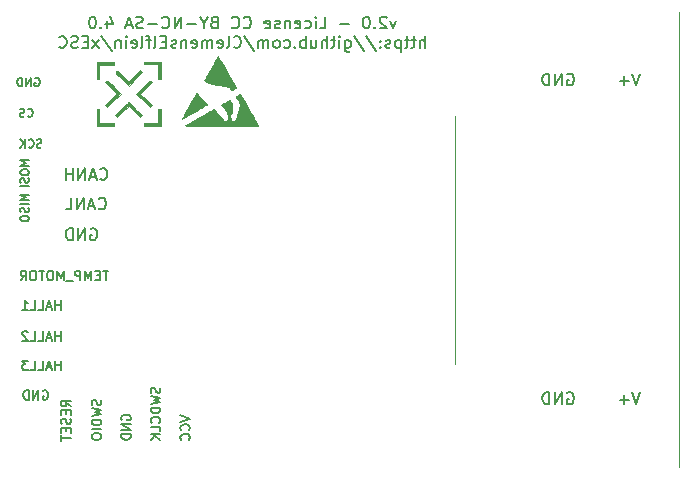
<source format=gbr>
%TF.GenerationSoftware,KiCad,Pcbnew,(5.1.10)-1*%
%TF.CreationDate,2021-12-01T19:41:51+01:00*%
%TF.ProjectId,xESC2,78455343-322e-46b6-9963-61645f706362,rev?*%
%TF.SameCoordinates,Original*%
%TF.FileFunction,Legend,Bot*%
%TF.FilePolarity,Positive*%
%FSLAX46Y46*%
G04 Gerber Fmt 4.6, Leading zero omitted, Abs format (unit mm)*
G04 Created by KiCad (PCBNEW (5.1.10)-1) date 2021-12-01 19:41:51*
%MOMM*%
%LPD*%
G01*
G04 APERTURE LIST*
%ADD10C,0.150000*%
%ADD11C,0.120000*%
%ADD12C,0.010000*%
G04 APERTURE END LIST*
D10*
X205161904Y-120100000D02*
X205257142Y-120052380D01*
X205400000Y-120052380D01*
X205542857Y-120100000D01*
X205638095Y-120195238D01*
X205685714Y-120290476D01*
X205733333Y-120480952D01*
X205733333Y-120623809D01*
X205685714Y-120814285D01*
X205638095Y-120909523D01*
X205542857Y-121004761D01*
X205400000Y-121052380D01*
X205304761Y-121052380D01*
X205161904Y-121004761D01*
X205114285Y-120957142D01*
X205114285Y-120623809D01*
X205304761Y-120623809D01*
X204685714Y-121052380D02*
X204685714Y-120052380D01*
X204114285Y-121052380D01*
X204114285Y-120052380D01*
X203638095Y-121052380D02*
X203638095Y-120052380D01*
X203400000Y-120052380D01*
X203257142Y-120100000D01*
X203161904Y-120195238D01*
X203114285Y-120290476D01*
X203066666Y-120480952D01*
X203066666Y-120623809D01*
X203114285Y-120814285D01*
X203161904Y-120909523D01*
X203257142Y-121004761D01*
X203400000Y-121052380D01*
X203638095Y-121052380D01*
X205966666Y-115857142D02*
X206014285Y-115904761D01*
X206157142Y-115952380D01*
X206252380Y-115952380D01*
X206395238Y-115904761D01*
X206490476Y-115809523D01*
X206538095Y-115714285D01*
X206585714Y-115523809D01*
X206585714Y-115380952D01*
X206538095Y-115190476D01*
X206490476Y-115095238D01*
X206395238Y-115000000D01*
X206252380Y-114952380D01*
X206157142Y-114952380D01*
X206014285Y-115000000D01*
X205966666Y-115047619D01*
X205585714Y-115666666D02*
X205109523Y-115666666D01*
X205680952Y-115952380D02*
X205347619Y-114952380D01*
X205014285Y-115952380D01*
X204680952Y-115952380D02*
X204680952Y-114952380D01*
X204109523Y-115952380D01*
X204109523Y-114952380D01*
X203633333Y-115952380D02*
X203633333Y-114952380D01*
X203633333Y-115428571D02*
X203061904Y-115428571D01*
X203061904Y-115952380D02*
X203061904Y-114952380D01*
X205847619Y-118357142D02*
X205895238Y-118404761D01*
X206038095Y-118452380D01*
X206133333Y-118452380D01*
X206276190Y-118404761D01*
X206371428Y-118309523D01*
X206419047Y-118214285D01*
X206466666Y-118023809D01*
X206466666Y-117880952D01*
X206419047Y-117690476D01*
X206371428Y-117595238D01*
X206276190Y-117500000D01*
X206133333Y-117452380D01*
X206038095Y-117452380D01*
X205895238Y-117500000D01*
X205847619Y-117547619D01*
X205466666Y-118166666D02*
X204990476Y-118166666D01*
X205561904Y-118452380D02*
X205228571Y-117452380D01*
X204895238Y-118452380D01*
X204561904Y-118452380D02*
X204561904Y-117452380D01*
X203990476Y-118452380D01*
X203990476Y-117452380D01*
X203038095Y-118452380D02*
X203514285Y-118452380D01*
X203514285Y-117452380D01*
X200433333Y-107350000D02*
X200500000Y-107316666D01*
X200600000Y-107316666D01*
X200700000Y-107350000D01*
X200766666Y-107416666D01*
X200800000Y-107483333D01*
X200833333Y-107616666D01*
X200833333Y-107716666D01*
X200800000Y-107850000D01*
X200766666Y-107916666D01*
X200700000Y-107983333D01*
X200600000Y-108016666D01*
X200533333Y-108016666D01*
X200433333Y-107983333D01*
X200400000Y-107950000D01*
X200400000Y-107716666D01*
X200533333Y-107716666D01*
X200100000Y-108016666D02*
X200100000Y-107316666D01*
X199700000Y-108016666D01*
X199700000Y-107316666D01*
X199366666Y-108016666D02*
X199366666Y-107316666D01*
X199200000Y-107316666D01*
X199100000Y-107350000D01*
X199033333Y-107416666D01*
X199000000Y-107483333D01*
X198966666Y-107616666D01*
X198966666Y-107716666D01*
X199000000Y-107850000D01*
X199033333Y-107916666D01*
X199100000Y-107983333D01*
X199200000Y-108016666D01*
X199366666Y-108016666D01*
X199816666Y-110550000D02*
X199850000Y-110583333D01*
X199950000Y-110616666D01*
X200016666Y-110616666D01*
X200116666Y-110583333D01*
X200183333Y-110516666D01*
X200216666Y-110450000D01*
X200250000Y-110316666D01*
X200250000Y-110216666D01*
X200216666Y-110083333D01*
X200183333Y-110016666D01*
X200116666Y-109950000D01*
X200016666Y-109916666D01*
X199950000Y-109916666D01*
X199850000Y-109950000D01*
X199816666Y-109983333D01*
X199550000Y-110583333D02*
X199450000Y-110616666D01*
X199283333Y-110616666D01*
X199216666Y-110583333D01*
X199183333Y-110550000D01*
X199150000Y-110483333D01*
X199150000Y-110416666D01*
X199183333Y-110350000D01*
X199216666Y-110316666D01*
X199283333Y-110283333D01*
X199416666Y-110250000D01*
X199483333Y-110216666D01*
X199516666Y-110183333D01*
X199550000Y-110116666D01*
X199550000Y-110050000D01*
X199516666Y-109983333D01*
X199483333Y-109950000D01*
X199416666Y-109916666D01*
X199250000Y-109916666D01*
X199150000Y-109950000D01*
X201000000Y-113183333D02*
X200900000Y-113216666D01*
X200733333Y-113216666D01*
X200666666Y-113183333D01*
X200633333Y-113150000D01*
X200600000Y-113083333D01*
X200600000Y-113016666D01*
X200633333Y-112950000D01*
X200666666Y-112916666D01*
X200733333Y-112883333D01*
X200866666Y-112850000D01*
X200933333Y-112816666D01*
X200966666Y-112783333D01*
X201000000Y-112716666D01*
X201000000Y-112650000D01*
X200966666Y-112583333D01*
X200933333Y-112550000D01*
X200866666Y-112516666D01*
X200700000Y-112516666D01*
X200600000Y-112550000D01*
X199900000Y-113150000D02*
X199933333Y-113183333D01*
X200033333Y-113216666D01*
X200100000Y-113216666D01*
X200200000Y-113183333D01*
X200266666Y-113116666D01*
X200300000Y-113050000D01*
X200333333Y-112916666D01*
X200333333Y-112816666D01*
X200300000Y-112683333D01*
X200266666Y-112616666D01*
X200200000Y-112550000D01*
X200100000Y-112516666D01*
X200033333Y-112516666D01*
X199933333Y-112550000D01*
X199900000Y-112583333D01*
X199600000Y-113216666D02*
X199600000Y-112516666D01*
X199200000Y-113216666D02*
X199500000Y-112816666D01*
X199200000Y-112516666D02*
X199600000Y-112916666D01*
X199916666Y-114300000D02*
X199216666Y-114300000D01*
X199716666Y-114533333D01*
X199216666Y-114766666D01*
X199916666Y-114766666D01*
X199216666Y-115233333D02*
X199216666Y-115366666D01*
X199250000Y-115433333D01*
X199316666Y-115500000D01*
X199450000Y-115533333D01*
X199683333Y-115533333D01*
X199816666Y-115500000D01*
X199883333Y-115433333D01*
X199916666Y-115366666D01*
X199916666Y-115233333D01*
X199883333Y-115166666D01*
X199816666Y-115100000D01*
X199683333Y-115066666D01*
X199450000Y-115066666D01*
X199316666Y-115100000D01*
X199250000Y-115166666D01*
X199216666Y-115233333D01*
X199883333Y-115800000D02*
X199916666Y-115900000D01*
X199916666Y-116066666D01*
X199883333Y-116133333D01*
X199850000Y-116166666D01*
X199783333Y-116200000D01*
X199716666Y-116200000D01*
X199650000Y-116166666D01*
X199616666Y-116133333D01*
X199583333Y-116066666D01*
X199550000Y-115933333D01*
X199516666Y-115866666D01*
X199483333Y-115833333D01*
X199416666Y-115800000D01*
X199350000Y-115800000D01*
X199283333Y-115833333D01*
X199250000Y-115866666D01*
X199216666Y-115933333D01*
X199216666Y-116100000D01*
X199250000Y-116200000D01*
X199916666Y-116500000D02*
X199216666Y-116500000D01*
X199916666Y-117200000D02*
X199216666Y-117200000D01*
X199716666Y-117433333D01*
X199216666Y-117666666D01*
X199916666Y-117666666D01*
X199916666Y-118000000D02*
X199216666Y-118000000D01*
X199883333Y-118300000D02*
X199916666Y-118400000D01*
X199916666Y-118566666D01*
X199883333Y-118633333D01*
X199850000Y-118666666D01*
X199783333Y-118700000D01*
X199716666Y-118700000D01*
X199650000Y-118666666D01*
X199616666Y-118633333D01*
X199583333Y-118566666D01*
X199550000Y-118433333D01*
X199516666Y-118366666D01*
X199483333Y-118333333D01*
X199416666Y-118300000D01*
X199350000Y-118300000D01*
X199283333Y-118333333D01*
X199250000Y-118366666D01*
X199216666Y-118433333D01*
X199216666Y-118600000D01*
X199250000Y-118700000D01*
X199216666Y-119133333D02*
X199216666Y-119266666D01*
X199250000Y-119333333D01*
X199316666Y-119400000D01*
X199450000Y-119433333D01*
X199683333Y-119433333D01*
X199816666Y-119400000D01*
X199883333Y-119333333D01*
X199916666Y-119266666D01*
X199916666Y-119133333D01*
X199883333Y-119066666D01*
X199816666Y-119000000D01*
X199683333Y-118966666D01*
X199450000Y-118966666D01*
X199316666Y-119000000D01*
X199250000Y-119066666D01*
X199216666Y-119133333D01*
X212761904Y-135892976D02*
X213561904Y-136159642D01*
X212761904Y-136426309D01*
X213485714Y-137150119D02*
X213523809Y-137112023D01*
X213561904Y-136997738D01*
X213561904Y-136921547D01*
X213523809Y-136807261D01*
X213447619Y-136731071D01*
X213371428Y-136692976D01*
X213219047Y-136654880D01*
X213104761Y-136654880D01*
X212952380Y-136692976D01*
X212876190Y-136731071D01*
X212800000Y-136807261D01*
X212761904Y-136921547D01*
X212761904Y-136997738D01*
X212800000Y-137112023D01*
X212838095Y-137150119D01*
X213485714Y-137950119D02*
X213523809Y-137912023D01*
X213561904Y-137797738D01*
X213561904Y-137721547D01*
X213523809Y-137607261D01*
X213447619Y-137531071D01*
X213371428Y-137492976D01*
X213219047Y-137454880D01*
X213104761Y-137454880D01*
X212952380Y-137492976D01*
X212876190Y-137531071D01*
X212800000Y-137607261D01*
X212761904Y-137721547D01*
X212761904Y-137797738D01*
X212800000Y-137912023D01*
X212838095Y-137950119D01*
X211023809Y-133531071D02*
X211061904Y-133645357D01*
X211061904Y-133835833D01*
X211023809Y-133912023D01*
X210985714Y-133950119D01*
X210909523Y-133988214D01*
X210833333Y-133988214D01*
X210757142Y-133950119D01*
X210719047Y-133912023D01*
X210680952Y-133835833D01*
X210642857Y-133683452D01*
X210604761Y-133607261D01*
X210566666Y-133569166D01*
X210490476Y-133531071D01*
X210414285Y-133531071D01*
X210338095Y-133569166D01*
X210300000Y-133607261D01*
X210261904Y-133683452D01*
X210261904Y-133873928D01*
X210300000Y-133988214D01*
X210261904Y-134254880D02*
X211061904Y-134445357D01*
X210490476Y-134597738D01*
X211061904Y-134750119D01*
X210261904Y-134940595D01*
X211061904Y-135245357D02*
X210261904Y-135245357D01*
X210261904Y-135435833D01*
X210300000Y-135550119D01*
X210376190Y-135626309D01*
X210452380Y-135664404D01*
X210604761Y-135702500D01*
X210719047Y-135702500D01*
X210871428Y-135664404D01*
X210947619Y-135626309D01*
X211023809Y-135550119D01*
X211061904Y-135435833D01*
X211061904Y-135245357D01*
X210985714Y-136502500D02*
X211023809Y-136464404D01*
X211061904Y-136350119D01*
X211061904Y-136273928D01*
X211023809Y-136159642D01*
X210947619Y-136083452D01*
X210871428Y-136045357D01*
X210719047Y-136007261D01*
X210604761Y-136007261D01*
X210452380Y-136045357D01*
X210376190Y-136083452D01*
X210300000Y-136159642D01*
X210261904Y-136273928D01*
X210261904Y-136350119D01*
X210300000Y-136464404D01*
X210338095Y-136502500D01*
X211061904Y-137226309D02*
X211061904Y-136845357D01*
X210261904Y-136845357D01*
X211061904Y-137492976D02*
X210261904Y-137492976D01*
X211061904Y-137950119D02*
X210604761Y-137607261D01*
X210261904Y-137950119D02*
X210719047Y-137492976D01*
X203461904Y-135131071D02*
X203080952Y-134864404D01*
X203461904Y-134673928D02*
X202661904Y-134673928D01*
X202661904Y-134978690D01*
X202700000Y-135054880D01*
X202738095Y-135092976D01*
X202814285Y-135131071D01*
X202928571Y-135131071D01*
X203004761Y-135092976D01*
X203042857Y-135054880D01*
X203080952Y-134978690D01*
X203080952Y-134673928D01*
X203042857Y-135473928D02*
X203042857Y-135740595D01*
X203461904Y-135854880D02*
X203461904Y-135473928D01*
X202661904Y-135473928D01*
X202661904Y-135854880D01*
X203423809Y-136159642D02*
X203461904Y-136273928D01*
X203461904Y-136464404D01*
X203423809Y-136540595D01*
X203385714Y-136578690D01*
X203309523Y-136616785D01*
X203233333Y-136616785D01*
X203157142Y-136578690D01*
X203119047Y-136540595D01*
X203080952Y-136464404D01*
X203042857Y-136312023D01*
X203004761Y-136235833D01*
X202966666Y-136197738D01*
X202890476Y-136159642D01*
X202814285Y-136159642D01*
X202738095Y-136197738D01*
X202700000Y-136235833D01*
X202661904Y-136312023D01*
X202661904Y-136502500D01*
X202700000Y-136616785D01*
X203042857Y-136959642D02*
X203042857Y-137226309D01*
X203461904Y-137340595D02*
X203461904Y-136959642D01*
X202661904Y-136959642D01*
X202661904Y-137340595D01*
X202661904Y-137569166D02*
X202661904Y-138026309D01*
X203461904Y-137797738D02*
X202661904Y-137797738D01*
X206023809Y-134559642D02*
X206061904Y-134673928D01*
X206061904Y-134864404D01*
X206023809Y-134940595D01*
X205985714Y-134978690D01*
X205909523Y-135016785D01*
X205833333Y-135016785D01*
X205757142Y-134978690D01*
X205719047Y-134940595D01*
X205680952Y-134864404D01*
X205642857Y-134712023D01*
X205604761Y-134635833D01*
X205566666Y-134597738D01*
X205490476Y-134559642D01*
X205414285Y-134559642D01*
X205338095Y-134597738D01*
X205300000Y-134635833D01*
X205261904Y-134712023D01*
X205261904Y-134902500D01*
X205300000Y-135016785D01*
X205261904Y-135283452D02*
X206061904Y-135473928D01*
X205490476Y-135626309D01*
X206061904Y-135778690D01*
X205261904Y-135969166D01*
X206061904Y-136273928D02*
X205261904Y-136273928D01*
X205261904Y-136464404D01*
X205300000Y-136578690D01*
X205376190Y-136654880D01*
X205452380Y-136692976D01*
X205604761Y-136731071D01*
X205719047Y-136731071D01*
X205871428Y-136692976D01*
X205947619Y-136654880D01*
X206023809Y-136578690D01*
X206061904Y-136464404D01*
X206061904Y-136273928D01*
X206061904Y-137073928D02*
X205261904Y-137073928D01*
X205261904Y-137607261D02*
X205261904Y-137759642D01*
X205300000Y-137835833D01*
X205376190Y-137912023D01*
X205528571Y-137950119D01*
X205795238Y-137950119D01*
X205947619Y-137912023D01*
X206023809Y-137835833D01*
X206061904Y-137759642D01*
X206061904Y-137607261D01*
X206023809Y-137531071D01*
X205947619Y-137454880D01*
X205795238Y-137416785D01*
X205528571Y-137416785D01*
X205376190Y-137454880D01*
X205300000Y-137531071D01*
X205261904Y-137607261D01*
X207800000Y-136273928D02*
X207761904Y-136197738D01*
X207761904Y-136083452D01*
X207800000Y-135969166D01*
X207876190Y-135892976D01*
X207952380Y-135854880D01*
X208104761Y-135816785D01*
X208219047Y-135816785D01*
X208371428Y-135854880D01*
X208447619Y-135892976D01*
X208523809Y-135969166D01*
X208561904Y-136083452D01*
X208561904Y-136159642D01*
X208523809Y-136273928D01*
X208485714Y-136312023D01*
X208219047Y-136312023D01*
X208219047Y-136159642D01*
X208561904Y-136654880D02*
X207761904Y-136654880D01*
X208561904Y-137112023D01*
X207761904Y-137112023D01*
X208561904Y-137492976D02*
X207761904Y-137492976D01*
X207761904Y-137683452D01*
X207800000Y-137797738D01*
X207876190Y-137873928D01*
X207952380Y-137912023D01*
X208104761Y-137950119D01*
X208219047Y-137950119D01*
X208371428Y-137912023D01*
X208447619Y-137873928D01*
X208523809Y-137797738D01*
X208561904Y-137683452D01*
X208561904Y-137492976D01*
X201126071Y-133800000D02*
X201202261Y-133761904D01*
X201316547Y-133761904D01*
X201430833Y-133800000D01*
X201507023Y-133876190D01*
X201545119Y-133952380D01*
X201583214Y-134104761D01*
X201583214Y-134219047D01*
X201545119Y-134371428D01*
X201507023Y-134447619D01*
X201430833Y-134523809D01*
X201316547Y-134561904D01*
X201240357Y-134561904D01*
X201126071Y-134523809D01*
X201087976Y-134485714D01*
X201087976Y-134219047D01*
X201240357Y-134219047D01*
X200745119Y-134561904D02*
X200745119Y-133761904D01*
X200287976Y-134561904D01*
X200287976Y-133761904D01*
X199907023Y-134561904D02*
X199907023Y-133761904D01*
X199716547Y-133761904D01*
X199602261Y-133800000D01*
X199526071Y-133876190D01*
X199487976Y-133952380D01*
X199449880Y-134104761D01*
X199449880Y-134219047D01*
X199487976Y-134371428D01*
X199526071Y-134447619D01*
X199602261Y-134523809D01*
X199716547Y-134561904D01*
X199907023Y-134561904D01*
X202612023Y-132061904D02*
X202612023Y-131261904D01*
X202612023Y-131642857D02*
X202154880Y-131642857D01*
X202154880Y-132061904D02*
X202154880Y-131261904D01*
X201812023Y-131833333D02*
X201431071Y-131833333D01*
X201888214Y-132061904D02*
X201621547Y-131261904D01*
X201354880Y-132061904D01*
X200707261Y-132061904D02*
X201088214Y-132061904D01*
X201088214Y-131261904D01*
X200059642Y-132061904D02*
X200440595Y-132061904D01*
X200440595Y-131261904D01*
X199869166Y-131261904D02*
X199373928Y-131261904D01*
X199640595Y-131566666D01*
X199526309Y-131566666D01*
X199450119Y-131604761D01*
X199412023Y-131642857D01*
X199373928Y-131719047D01*
X199373928Y-131909523D01*
X199412023Y-131985714D01*
X199450119Y-132023809D01*
X199526309Y-132061904D01*
X199754880Y-132061904D01*
X199831071Y-132023809D01*
X199869166Y-131985714D01*
X202612023Y-129561904D02*
X202612023Y-128761904D01*
X202612023Y-129142857D02*
X202154880Y-129142857D01*
X202154880Y-129561904D02*
X202154880Y-128761904D01*
X201812023Y-129333333D02*
X201431071Y-129333333D01*
X201888214Y-129561904D02*
X201621547Y-128761904D01*
X201354880Y-129561904D01*
X200707261Y-129561904D02*
X201088214Y-129561904D01*
X201088214Y-128761904D01*
X200059642Y-129561904D02*
X200440595Y-129561904D01*
X200440595Y-128761904D01*
X199831071Y-128838095D02*
X199792976Y-128800000D01*
X199716785Y-128761904D01*
X199526309Y-128761904D01*
X199450119Y-128800000D01*
X199412023Y-128838095D01*
X199373928Y-128914285D01*
X199373928Y-128990476D01*
X199412023Y-129104761D01*
X199869166Y-129561904D01*
X199373928Y-129561904D01*
X202612023Y-126961904D02*
X202612023Y-126161904D01*
X202612023Y-126542857D02*
X202154880Y-126542857D01*
X202154880Y-126961904D02*
X202154880Y-126161904D01*
X201812023Y-126733333D02*
X201431071Y-126733333D01*
X201888214Y-126961904D02*
X201621547Y-126161904D01*
X201354880Y-126961904D01*
X200707261Y-126961904D02*
X201088214Y-126961904D01*
X201088214Y-126161904D01*
X200059642Y-126961904D02*
X200440595Y-126961904D01*
X200440595Y-126161904D01*
X199373928Y-126961904D02*
X199831071Y-126961904D01*
X199602500Y-126961904D02*
X199602500Y-126161904D01*
X199678690Y-126276190D01*
X199754880Y-126352380D01*
X199831071Y-126390476D01*
X206652380Y-123661904D02*
X206195238Y-123661904D01*
X206423809Y-124461904D02*
X206423809Y-123661904D01*
X205928571Y-124042857D02*
X205661904Y-124042857D01*
X205547619Y-124461904D02*
X205928571Y-124461904D01*
X205928571Y-123661904D01*
X205547619Y-123661904D01*
X205204761Y-124461904D02*
X205204761Y-123661904D01*
X204938095Y-124233333D01*
X204671428Y-123661904D01*
X204671428Y-124461904D01*
X204290476Y-124461904D02*
X204290476Y-123661904D01*
X203985714Y-123661904D01*
X203909523Y-123700000D01*
X203871428Y-123738095D01*
X203833333Y-123814285D01*
X203833333Y-123928571D01*
X203871428Y-124004761D01*
X203909523Y-124042857D01*
X203985714Y-124080952D01*
X204290476Y-124080952D01*
X203680952Y-124538095D02*
X203071428Y-124538095D01*
X202880952Y-124461904D02*
X202880952Y-123661904D01*
X202614285Y-124233333D01*
X202347619Y-123661904D01*
X202347619Y-124461904D01*
X201814285Y-123661904D02*
X201661904Y-123661904D01*
X201585714Y-123700000D01*
X201509523Y-123776190D01*
X201471428Y-123928571D01*
X201471428Y-124195238D01*
X201509523Y-124347619D01*
X201585714Y-124423809D01*
X201661904Y-124461904D01*
X201814285Y-124461904D01*
X201890476Y-124423809D01*
X201966666Y-124347619D01*
X202004761Y-124195238D01*
X202004761Y-123928571D01*
X201966666Y-123776190D01*
X201890476Y-123700000D01*
X201814285Y-123661904D01*
X201242857Y-123661904D02*
X200785714Y-123661904D01*
X201014285Y-124461904D02*
X201014285Y-123661904D01*
X200366666Y-123661904D02*
X200214285Y-123661904D01*
X200138095Y-123700000D01*
X200061904Y-123776190D01*
X200023809Y-123928571D01*
X200023809Y-124195238D01*
X200061904Y-124347619D01*
X200138095Y-124423809D01*
X200214285Y-124461904D01*
X200366666Y-124461904D01*
X200442857Y-124423809D01*
X200519047Y-124347619D01*
X200557142Y-124195238D01*
X200557142Y-123928571D01*
X200519047Y-123776190D01*
X200442857Y-123700000D01*
X200366666Y-123661904D01*
X199223809Y-124461904D02*
X199490476Y-124080952D01*
X199680952Y-124461904D02*
X199680952Y-123661904D01*
X199376190Y-123661904D01*
X199300000Y-123700000D01*
X199261904Y-123738095D01*
X199223809Y-123814285D01*
X199223809Y-123928571D01*
X199261904Y-124004761D01*
X199300000Y-124042857D01*
X199376190Y-124080952D01*
X199680952Y-124080952D01*
X245511904Y-134000000D02*
X245607142Y-133952380D01*
X245750000Y-133952380D01*
X245892857Y-134000000D01*
X245988095Y-134095238D01*
X246035714Y-134190476D01*
X246083333Y-134380952D01*
X246083333Y-134523809D01*
X246035714Y-134714285D01*
X245988095Y-134809523D01*
X245892857Y-134904761D01*
X245750000Y-134952380D01*
X245654761Y-134952380D01*
X245511904Y-134904761D01*
X245464285Y-134857142D01*
X245464285Y-134523809D01*
X245654761Y-134523809D01*
X245035714Y-134952380D02*
X245035714Y-133952380D01*
X244464285Y-134952380D01*
X244464285Y-133952380D01*
X243988095Y-134952380D02*
X243988095Y-133952380D01*
X243750000Y-133952380D01*
X243607142Y-134000000D01*
X243511904Y-134095238D01*
X243464285Y-134190476D01*
X243416666Y-134380952D01*
X243416666Y-134523809D01*
X243464285Y-134714285D01*
X243511904Y-134809523D01*
X243607142Y-134904761D01*
X243750000Y-134952380D01*
X243988095Y-134952380D01*
X251702380Y-133952380D02*
X251369047Y-134952380D01*
X251035714Y-133952380D01*
X250702380Y-134571428D02*
X249940476Y-134571428D01*
X250321428Y-134952380D02*
X250321428Y-134190476D01*
X251702380Y-106952380D02*
X251369047Y-107952380D01*
X251035714Y-106952380D01*
X250702380Y-107571428D02*
X249940476Y-107571428D01*
X250321428Y-107952380D02*
X250321428Y-107190476D01*
X245511904Y-107000000D02*
X245607142Y-106952380D01*
X245750000Y-106952380D01*
X245892857Y-107000000D01*
X245988095Y-107095238D01*
X246035714Y-107190476D01*
X246083333Y-107380952D01*
X246083333Y-107523809D01*
X246035714Y-107714285D01*
X245988095Y-107809523D01*
X245892857Y-107904761D01*
X245750000Y-107952380D01*
X245654761Y-107952380D01*
X245511904Y-107904761D01*
X245464285Y-107857142D01*
X245464285Y-107523809D01*
X245654761Y-107523809D01*
X245035714Y-107952380D02*
X245035714Y-106952380D01*
X244464285Y-107952380D01*
X244464285Y-106952380D01*
X243988095Y-107952380D02*
X243988095Y-106952380D01*
X243750000Y-106952380D01*
X243607142Y-107000000D01*
X243511904Y-107095238D01*
X243464285Y-107190476D01*
X243416666Y-107380952D01*
X243416666Y-107523809D01*
X243464285Y-107714285D01*
X243511904Y-107809523D01*
X243607142Y-107904761D01*
X243750000Y-107952380D01*
X243988095Y-107952380D01*
X231023809Y-102460714D02*
X230785714Y-103127380D01*
X230547619Y-102460714D01*
X230214285Y-102222619D02*
X230166666Y-102175000D01*
X230071428Y-102127380D01*
X229833333Y-102127380D01*
X229738095Y-102175000D01*
X229690476Y-102222619D01*
X229642857Y-102317857D01*
X229642857Y-102413095D01*
X229690476Y-102555952D01*
X230261904Y-103127380D01*
X229642857Y-103127380D01*
X229214285Y-103032142D02*
X229166666Y-103079761D01*
X229214285Y-103127380D01*
X229261904Y-103079761D01*
X229214285Y-103032142D01*
X229214285Y-103127380D01*
X228547619Y-102127380D02*
X228452380Y-102127380D01*
X228357142Y-102175000D01*
X228309523Y-102222619D01*
X228261904Y-102317857D01*
X228214285Y-102508333D01*
X228214285Y-102746428D01*
X228261904Y-102936904D01*
X228309523Y-103032142D01*
X228357142Y-103079761D01*
X228452380Y-103127380D01*
X228547619Y-103127380D01*
X228642857Y-103079761D01*
X228690476Y-103032142D01*
X228738095Y-102936904D01*
X228785714Y-102746428D01*
X228785714Y-102508333D01*
X228738095Y-102317857D01*
X228690476Y-102222619D01*
X228642857Y-102175000D01*
X228547619Y-102127380D01*
X227023809Y-102746428D02*
X226261904Y-102746428D01*
X224547619Y-103127380D02*
X225023809Y-103127380D01*
X225023809Y-102127380D01*
X224214285Y-103127380D02*
X224214285Y-102460714D01*
X224214285Y-102127380D02*
X224261904Y-102175000D01*
X224214285Y-102222619D01*
X224166666Y-102175000D01*
X224214285Y-102127380D01*
X224214285Y-102222619D01*
X223309523Y-103079761D02*
X223404761Y-103127380D01*
X223595238Y-103127380D01*
X223690476Y-103079761D01*
X223738095Y-103032142D01*
X223785714Y-102936904D01*
X223785714Y-102651190D01*
X223738095Y-102555952D01*
X223690476Y-102508333D01*
X223595238Y-102460714D01*
X223404761Y-102460714D01*
X223309523Y-102508333D01*
X222500000Y-103079761D02*
X222595238Y-103127380D01*
X222785714Y-103127380D01*
X222880952Y-103079761D01*
X222928571Y-102984523D01*
X222928571Y-102603571D01*
X222880952Y-102508333D01*
X222785714Y-102460714D01*
X222595238Y-102460714D01*
X222500000Y-102508333D01*
X222452380Y-102603571D01*
X222452380Y-102698809D01*
X222928571Y-102794047D01*
X222023809Y-102460714D02*
X222023809Y-103127380D01*
X222023809Y-102555952D02*
X221976190Y-102508333D01*
X221880952Y-102460714D01*
X221738095Y-102460714D01*
X221642857Y-102508333D01*
X221595238Y-102603571D01*
X221595238Y-103127380D01*
X221166666Y-103079761D02*
X221071428Y-103127380D01*
X220880952Y-103127380D01*
X220785714Y-103079761D01*
X220738095Y-102984523D01*
X220738095Y-102936904D01*
X220785714Y-102841666D01*
X220880952Y-102794047D01*
X221023809Y-102794047D01*
X221119047Y-102746428D01*
X221166666Y-102651190D01*
X221166666Y-102603571D01*
X221119047Y-102508333D01*
X221023809Y-102460714D01*
X220880952Y-102460714D01*
X220785714Y-102508333D01*
X219928571Y-103079761D02*
X220023809Y-103127380D01*
X220214285Y-103127380D01*
X220309523Y-103079761D01*
X220357142Y-102984523D01*
X220357142Y-102603571D01*
X220309523Y-102508333D01*
X220214285Y-102460714D01*
X220023809Y-102460714D01*
X219928571Y-102508333D01*
X219880952Y-102603571D01*
X219880952Y-102698809D01*
X220357142Y-102794047D01*
X218119047Y-103032142D02*
X218166666Y-103079761D01*
X218309523Y-103127380D01*
X218404761Y-103127380D01*
X218547619Y-103079761D01*
X218642857Y-102984523D01*
X218690476Y-102889285D01*
X218738095Y-102698809D01*
X218738095Y-102555952D01*
X218690476Y-102365476D01*
X218642857Y-102270238D01*
X218547619Y-102175000D01*
X218404761Y-102127380D01*
X218309523Y-102127380D01*
X218166666Y-102175000D01*
X218119047Y-102222619D01*
X217119047Y-103032142D02*
X217166666Y-103079761D01*
X217309523Y-103127380D01*
X217404761Y-103127380D01*
X217547619Y-103079761D01*
X217642857Y-102984523D01*
X217690476Y-102889285D01*
X217738095Y-102698809D01*
X217738095Y-102555952D01*
X217690476Y-102365476D01*
X217642857Y-102270238D01*
X217547619Y-102175000D01*
X217404761Y-102127380D01*
X217309523Y-102127380D01*
X217166666Y-102175000D01*
X217119047Y-102222619D01*
X215595238Y-102603571D02*
X215452380Y-102651190D01*
X215404761Y-102698809D01*
X215357142Y-102794047D01*
X215357142Y-102936904D01*
X215404761Y-103032142D01*
X215452380Y-103079761D01*
X215547619Y-103127380D01*
X215928571Y-103127380D01*
X215928571Y-102127380D01*
X215595238Y-102127380D01*
X215500000Y-102175000D01*
X215452380Y-102222619D01*
X215404761Y-102317857D01*
X215404761Y-102413095D01*
X215452380Y-102508333D01*
X215500000Y-102555952D01*
X215595238Y-102603571D01*
X215928571Y-102603571D01*
X214738095Y-102651190D02*
X214738095Y-103127380D01*
X215071428Y-102127380D02*
X214738095Y-102651190D01*
X214404761Y-102127380D01*
X214071428Y-102746428D02*
X213309523Y-102746428D01*
X212833333Y-103127380D02*
X212833333Y-102127380D01*
X212261904Y-103127380D01*
X212261904Y-102127380D01*
X211214285Y-103032142D02*
X211261904Y-103079761D01*
X211404761Y-103127380D01*
X211500000Y-103127380D01*
X211642857Y-103079761D01*
X211738095Y-102984523D01*
X211785714Y-102889285D01*
X211833333Y-102698809D01*
X211833333Y-102555952D01*
X211785714Y-102365476D01*
X211738095Y-102270238D01*
X211642857Y-102175000D01*
X211500000Y-102127380D01*
X211404761Y-102127380D01*
X211261904Y-102175000D01*
X211214285Y-102222619D01*
X210785714Y-102746428D02*
X210023809Y-102746428D01*
X209595238Y-103079761D02*
X209452380Y-103127380D01*
X209214285Y-103127380D01*
X209119047Y-103079761D01*
X209071428Y-103032142D01*
X209023809Y-102936904D01*
X209023809Y-102841666D01*
X209071428Y-102746428D01*
X209119047Y-102698809D01*
X209214285Y-102651190D01*
X209404761Y-102603571D01*
X209500000Y-102555952D01*
X209547619Y-102508333D01*
X209595238Y-102413095D01*
X209595238Y-102317857D01*
X209547619Y-102222619D01*
X209500000Y-102175000D01*
X209404761Y-102127380D01*
X209166666Y-102127380D01*
X209023809Y-102175000D01*
X208642857Y-102841666D02*
X208166666Y-102841666D01*
X208738095Y-103127380D02*
X208404761Y-102127380D01*
X208071428Y-103127380D01*
X206547619Y-102460714D02*
X206547619Y-103127380D01*
X206785714Y-102079761D02*
X207023809Y-102794047D01*
X206404761Y-102794047D01*
X206023809Y-103032142D02*
X205976190Y-103079761D01*
X206023809Y-103127380D01*
X206071428Y-103079761D01*
X206023809Y-103032142D01*
X206023809Y-103127380D01*
X205357142Y-102127380D02*
X205261904Y-102127380D01*
X205166666Y-102175000D01*
X205119047Y-102222619D01*
X205071428Y-102317857D01*
X205023809Y-102508333D01*
X205023809Y-102746428D01*
X205071428Y-102936904D01*
X205119047Y-103032142D01*
X205166666Y-103079761D01*
X205261904Y-103127380D01*
X205357142Y-103127380D01*
X205452380Y-103079761D01*
X205500000Y-103032142D01*
X205547619Y-102936904D01*
X205595238Y-102746428D01*
X205595238Y-102508333D01*
X205547619Y-102317857D01*
X205500000Y-102222619D01*
X205452380Y-102175000D01*
X205357142Y-102127380D01*
X233452380Y-104777380D02*
X233452380Y-103777380D01*
X233023809Y-104777380D02*
X233023809Y-104253571D01*
X233071428Y-104158333D01*
X233166666Y-104110714D01*
X233309523Y-104110714D01*
X233404761Y-104158333D01*
X233452380Y-104205952D01*
X232690476Y-104110714D02*
X232309523Y-104110714D01*
X232547619Y-103777380D02*
X232547619Y-104634523D01*
X232500000Y-104729761D01*
X232404761Y-104777380D01*
X232309523Y-104777380D01*
X232119047Y-104110714D02*
X231738095Y-104110714D01*
X231976190Y-103777380D02*
X231976190Y-104634523D01*
X231928571Y-104729761D01*
X231833333Y-104777380D01*
X231738095Y-104777380D01*
X231404761Y-104110714D02*
X231404761Y-105110714D01*
X231404761Y-104158333D02*
X231309523Y-104110714D01*
X231119047Y-104110714D01*
X231023809Y-104158333D01*
X230976190Y-104205952D01*
X230928571Y-104301190D01*
X230928571Y-104586904D01*
X230976190Y-104682142D01*
X231023809Y-104729761D01*
X231119047Y-104777380D01*
X231309523Y-104777380D01*
X231404761Y-104729761D01*
X230547619Y-104729761D02*
X230452380Y-104777380D01*
X230261904Y-104777380D01*
X230166666Y-104729761D01*
X230119047Y-104634523D01*
X230119047Y-104586904D01*
X230166666Y-104491666D01*
X230261904Y-104444047D01*
X230404761Y-104444047D01*
X230500000Y-104396428D01*
X230547619Y-104301190D01*
X230547619Y-104253571D01*
X230500000Y-104158333D01*
X230404761Y-104110714D01*
X230261904Y-104110714D01*
X230166666Y-104158333D01*
X229690476Y-104682142D02*
X229642857Y-104729761D01*
X229690476Y-104777380D01*
X229738095Y-104729761D01*
X229690476Y-104682142D01*
X229690476Y-104777380D01*
X229690476Y-104158333D02*
X229642857Y-104205952D01*
X229690476Y-104253571D01*
X229738095Y-104205952D01*
X229690476Y-104158333D01*
X229690476Y-104253571D01*
X228500000Y-103729761D02*
X229357142Y-105015476D01*
X227452380Y-103729761D02*
X228309523Y-105015476D01*
X226690476Y-104110714D02*
X226690476Y-104920238D01*
X226738095Y-105015476D01*
X226785714Y-105063095D01*
X226880952Y-105110714D01*
X227023809Y-105110714D01*
X227119047Y-105063095D01*
X226690476Y-104729761D02*
X226785714Y-104777380D01*
X226976190Y-104777380D01*
X227071428Y-104729761D01*
X227119047Y-104682142D01*
X227166666Y-104586904D01*
X227166666Y-104301190D01*
X227119047Y-104205952D01*
X227071428Y-104158333D01*
X226976190Y-104110714D01*
X226785714Y-104110714D01*
X226690476Y-104158333D01*
X226214285Y-104777380D02*
X226214285Y-104110714D01*
X226214285Y-103777380D02*
X226261904Y-103825000D01*
X226214285Y-103872619D01*
X226166666Y-103825000D01*
X226214285Y-103777380D01*
X226214285Y-103872619D01*
X225880952Y-104110714D02*
X225500000Y-104110714D01*
X225738095Y-103777380D02*
X225738095Y-104634523D01*
X225690476Y-104729761D01*
X225595238Y-104777380D01*
X225500000Y-104777380D01*
X225166666Y-104777380D02*
X225166666Y-103777380D01*
X224738095Y-104777380D02*
X224738095Y-104253571D01*
X224785714Y-104158333D01*
X224880952Y-104110714D01*
X225023809Y-104110714D01*
X225119047Y-104158333D01*
X225166666Y-104205952D01*
X223833333Y-104110714D02*
X223833333Y-104777380D01*
X224261904Y-104110714D02*
X224261904Y-104634523D01*
X224214285Y-104729761D01*
X224119047Y-104777380D01*
X223976190Y-104777380D01*
X223880952Y-104729761D01*
X223833333Y-104682142D01*
X223357142Y-104777380D02*
X223357142Y-103777380D01*
X223357142Y-104158333D02*
X223261904Y-104110714D01*
X223071428Y-104110714D01*
X222976190Y-104158333D01*
X222928571Y-104205952D01*
X222880952Y-104301190D01*
X222880952Y-104586904D01*
X222928571Y-104682142D01*
X222976190Y-104729761D01*
X223071428Y-104777380D01*
X223261904Y-104777380D01*
X223357142Y-104729761D01*
X222452380Y-104682142D02*
X222404761Y-104729761D01*
X222452380Y-104777380D01*
X222500000Y-104729761D01*
X222452380Y-104682142D01*
X222452380Y-104777380D01*
X221547619Y-104729761D02*
X221642857Y-104777380D01*
X221833333Y-104777380D01*
X221928571Y-104729761D01*
X221976190Y-104682142D01*
X222023809Y-104586904D01*
X222023809Y-104301190D01*
X221976190Y-104205952D01*
X221928571Y-104158333D01*
X221833333Y-104110714D01*
X221642857Y-104110714D01*
X221547619Y-104158333D01*
X220976190Y-104777380D02*
X221071428Y-104729761D01*
X221119047Y-104682142D01*
X221166666Y-104586904D01*
X221166666Y-104301190D01*
X221119047Y-104205952D01*
X221071428Y-104158333D01*
X220976190Y-104110714D01*
X220833333Y-104110714D01*
X220738095Y-104158333D01*
X220690476Y-104205952D01*
X220642857Y-104301190D01*
X220642857Y-104586904D01*
X220690476Y-104682142D01*
X220738095Y-104729761D01*
X220833333Y-104777380D01*
X220976190Y-104777380D01*
X220214285Y-104777380D02*
X220214285Y-104110714D01*
X220214285Y-104205952D02*
X220166666Y-104158333D01*
X220071428Y-104110714D01*
X219928571Y-104110714D01*
X219833333Y-104158333D01*
X219785714Y-104253571D01*
X219785714Y-104777380D01*
X219785714Y-104253571D02*
X219738095Y-104158333D01*
X219642857Y-104110714D01*
X219500000Y-104110714D01*
X219404761Y-104158333D01*
X219357142Y-104253571D01*
X219357142Y-104777380D01*
X218166666Y-103729761D02*
X219023809Y-105015476D01*
X217261904Y-104682142D02*
X217309523Y-104729761D01*
X217452380Y-104777380D01*
X217547619Y-104777380D01*
X217690476Y-104729761D01*
X217785714Y-104634523D01*
X217833333Y-104539285D01*
X217880952Y-104348809D01*
X217880952Y-104205952D01*
X217833333Y-104015476D01*
X217785714Y-103920238D01*
X217690476Y-103825000D01*
X217547619Y-103777380D01*
X217452380Y-103777380D01*
X217309523Y-103825000D01*
X217261904Y-103872619D01*
X216690476Y-104777380D02*
X216785714Y-104729761D01*
X216833333Y-104634523D01*
X216833333Y-103777380D01*
X215928571Y-104729761D02*
X216023809Y-104777380D01*
X216214285Y-104777380D01*
X216309523Y-104729761D01*
X216357142Y-104634523D01*
X216357142Y-104253571D01*
X216309523Y-104158333D01*
X216214285Y-104110714D01*
X216023809Y-104110714D01*
X215928571Y-104158333D01*
X215880952Y-104253571D01*
X215880952Y-104348809D01*
X216357142Y-104444047D01*
X215452380Y-104777380D02*
X215452380Y-104110714D01*
X215452380Y-104205952D02*
X215404761Y-104158333D01*
X215309523Y-104110714D01*
X215166666Y-104110714D01*
X215071428Y-104158333D01*
X215023809Y-104253571D01*
X215023809Y-104777380D01*
X215023809Y-104253571D02*
X214976190Y-104158333D01*
X214880952Y-104110714D01*
X214738095Y-104110714D01*
X214642857Y-104158333D01*
X214595238Y-104253571D01*
X214595238Y-104777380D01*
X213738095Y-104729761D02*
X213833333Y-104777380D01*
X214023809Y-104777380D01*
X214119047Y-104729761D01*
X214166666Y-104634523D01*
X214166666Y-104253571D01*
X214119047Y-104158333D01*
X214023809Y-104110714D01*
X213833333Y-104110714D01*
X213738095Y-104158333D01*
X213690476Y-104253571D01*
X213690476Y-104348809D01*
X214166666Y-104444047D01*
X213261904Y-104110714D02*
X213261904Y-104777380D01*
X213261904Y-104205952D02*
X213214285Y-104158333D01*
X213119047Y-104110714D01*
X212976190Y-104110714D01*
X212880952Y-104158333D01*
X212833333Y-104253571D01*
X212833333Y-104777380D01*
X212404761Y-104729761D02*
X212309523Y-104777380D01*
X212119047Y-104777380D01*
X212023809Y-104729761D01*
X211976190Y-104634523D01*
X211976190Y-104586904D01*
X212023809Y-104491666D01*
X212119047Y-104444047D01*
X212261904Y-104444047D01*
X212357142Y-104396428D01*
X212404761Y-104301190D01*
X212404761Y-104253571D01*
X212357142Y-104158333D01*
X212261904Y-104110714D01*
X212119047Y-104110714D01*
X212023809Y-104158333D01*
X211547619Y-104253571D02*
X211214285Y-104253571D01*
X211071428Y-104777380D02*
X211547619Y-104777380D01*
X211547619Y-103777380D01*
X211071428Y-103777380D01*
X210500000Y-104777380D02*
X210595238Y-104729761D01*
X210642857Y-104634523D01*
X210642857Y-103777380D01*
X210261904Y-104110714D02*
X209880952Y-104110714D01*
X210119047Y-104777380D02*
X210119047Y-103920238D01*
X210071428Y-103825000D01*
X209976190Y-103777380D01*
X209880952Y-103777380D01*
X209404761Y-104777380D02*
X209500000Y-104729761D01*
X209547619Y-104634523D01*
X209547619Y-103777380D01*
X208642857Y-104729761D02*
X208738095Y-104777380D01*
X208928571Y-104777380D01*
X209023809Y-104729761D01*
X209071428Y-104634523D01*
X209071428Y-104253571D01*
X209023809Y-104158333D01*
X208928571Y-104110714D01*
X208738095Y-104110714D01*
X208642857Y-104158333D01*
X208595238Y-104253571D01*
X208595238Y-104348809D01*
X209071428Y-104444047D01*
X208166666Y-104777380D02*
X208166666Y-104110714D01*
X208166666Y-103777380D02*
X208214285Y-103825000D01*
X208166666Y-103872619D01*
X208119047Y-103825000D01*
X208166666Y-103777380D01*
X208166666Y-103872619D01*
X207690476Y-104110714D02*
X207690476Y-104777380D01*
X207690476Y-104205952D02*
X207642857Y-104158333D01*
X207547619Y-104110714D01*
X207404761Y-104110714D01*
X207309523Y-104158333D01*
X207261904Y-104253571D01*
X207261904Y-104777380D01*
X206071428Y-103729761D02*
X206928571Y-105015476D01*
X205833333Y-104777380D02*
X205309523Y-104110714D01*
X205833333Y-104110714D02*
X205309523Y-104777380D01*
X204928571Y-104253571D02*
X204595238Y-104253571D01*
X204452380Y-104777380D02*
X204928571Y-104777380D01*
X204928571Y-103777380D01*
X204452380Y-103777380D01*
X204071428Y-104729761D02*
X203928571Y-104777380D01*
X203690476Y-104777380D01*
X203595238Y-104729761D01*
X203547619Y-104682142D01*
X203500000Y-104586904D01*
X203500000Y-104491666D01*
X203547619Y-104396428D01*
X203595238Y-104348809D01*
X203690476Y-104301190D01*
X203880952Y-104253571D01*
X203976190Y-104205952D01*
X204023809Y-104158333D01*
X204071428Y-104063095D01*
X204071428Y-103967857D01*
X204023809Y-103872619D01*
X203976190Y-103825000D01*
X203880952Y-103777380D01*
X203642857Y-103777380D01*
X203500000Y-103825000D01*
X202500000Y-104682142D02*
X202547619Y-104729761D01*
X202690476Y-104777380D01*
X202785714Y-104777380D01*
X202928571Y-104729761D01*
X203023809Y-104634523D01*
X203071428Y-104539285D01*
X203119047Y-104348809D01*
X203119047Y-104205952D01*
X203071428Y-104015476D01*
X203023809Y-103920238D01*
X202928571Y-103825000D01*
X202785714Y-103777380D01*
X202690476Y-103777380D01*
X202547619Y-103825000D01*
X202500000Y-103872619D01*
D11*
X236000000Y-110500000D02*
X236000000Y-131500000D01*
X255000000Y-101750000D02*
X255000000Y-140250000D01*
D12*
%TO.C,REF\u002A\u002A*%
G36*
X217777906Y-108691158D02*
G01*
X217745381Y-108703736D01*
X217695807Y-108728712D01*
X217624626Y-108767876D01*
X217619084Y-108770988D01*
X217553526Y-108808476D01*
X217498202Y-108841319D01*
X217458545Y-108866205D01*
X217439988Y-108879820D01*
X217439469Y-108880487D01*
X217443952Y-108899390D01*
X217464514Y-108941605D01*
X217499817Y-109004832D01*
X217548520Y-109086772D01*
X217609282Y-109185122D01*
X217680764Y-109297585D01*
X217698555Y-109325165D01*
X217744907Y-109401699D01*
X217778658Y-109467556D01*
X217796847Y-109516782D01*
X217798714Y-109526507D01*
X217797885Y-109569312D01*
X217788606Y-109637209D01*
X217772032Y-109725843D01*
X217749320Y-109830859D01*
X217721627Y-109947902D01*
X217690110Y-110072616D01*
X217655925Y-110200645D01*
X217620229Y-110327634D01*
X217584179Y-110449228D01*
X217548932Y-110561072D01*
X217515644Y-110658810D01*
X217485472Y-110738087D01*
X217464439Y-110785122D01*
X217439663Y-110835225D01*
X217416270Y-110883168D01*
X217415003Y-110885793D01*
X217376301Y-110934220D01*
X217319816Y-110966828D01*
X217254061Y-110982454D01*
X217187549Y-110979937D01*
X217128795Y-110958114D01*
X217095742Y-110929382D01*
X217048141Y-110850583D01*
X217013261Y-110752378D01*
X216994123Y-110644779D01*
X216991412Y-110583780D01*
X217002330Y-110469935D01*
X217034376Y-110375660D01*
X217089274Y-110296379D01*
X217106393Y-110278733D01*
X217157339Y-110229235D01*
X217160837Y-109879362D01*
X217164336Y-109529489D01*
X217075182Y-109394531D01*
X217033346Y-109333445D01*
X216993055Y-109278493D01*
X216960057Y-109237336D01*
X216945874Y-109222192D01*
X216905719Y-109184810D01*
X216851335Y-109214098D01*
X216816961Y-109235084D01*
X216798154Y-109251378D01*
X216796951Y-109254307D01*
X216784097Y-109266728D01*
X216762104Y-109275977D01*
X216740850Y-109284313D01*
X216708306Y-109300149D01*
X216661678Y-109325033D01*
X216598171Y-109360509D01*
X216514992Y-109408123D01*
X216409347Y-109469422D01*
X216351938Y-109502932D01*
X216284406Y-109543071D01*
X216240115Y-109571659D01*
X216215145Y-109592039D01*
X216205577Y-109607553D01*
X216207492Y-109621546D01*
X216209089Y-109624796D01*
X216224624Y-109645266D01*
X216257864Y-109683665D01*
X216304938Y-109735696D01*
X216361972Y-109797066D01*
X216411300Y-109849090D01*
X216524970Y-109972567D01*
X216613895Y-110079591D01*
X216678866Y-110171240D01*
X216720679Y-110248588D01*
X216734783Y-110287866D01*
X216740608Y-110322249D01*
X216746625Y-110380899D01*
X216752304Y-110457117D01*
X216757116Y-110544202D01*
X216759381Y-110599268D01*
X216762541Y-110694464D01*
X216763931Y-110764062D01*
X216763142Y-110813409D01*
X216759765Y-110847854D01*
X216753392Y-110872743D01*
X216743613Y-110893425D01*
X216735933Y-110906053D01*
X216691579Y-110954726D01*
X216634426Y-110988645D01*
X216574292Y-111003438D01*
X216529227Y-110998086D01*
X216488424Y-110974930D01*
X216437276Y-110933462D01*
X216382958Y-110880912D01*
X216332643Y-110824516D01*
X216293506Y-110771505D01*
X216279095Y-110745889D01*
X216257509Y-110710814D01*
X216218247Y-110657389D01*
X216164898Y-110589789D01*
X216101048Y-110512190D01*
X216030285Y-110428768D01*
X215956196Y-110343698D01*
X215882368Y-110261155D01*
X215812389Y-110185316D01*
X215749845Y-110120356D01*
X215700740Y-110072669D01*
X215646221Y-110025032D01*
X215600358Y-109989908D01*
X215568189Y-109970949D01*
X215557511Y-109968864D01*
X215541147Y-109977274D01*
X215500329Y-109999846D01*
X215437414Y-110035224D01*
X215354756Y-110082054D01*
X215254711Y-110138981D01*
X215139634Y-110204649D01*
X215011881Y-110277703D01*
X214873806Y-110356788D01*
X214727766Y-110440548D01*
X214576116Y-110527629D01*
X214421210Y-110616676D01*
X214265405Y-110706332D01*
X214111056Y-110795243D01*
X213960518Y-110882054D01*
X213816146Y-110965409D01*
X213680296Y-111043954D01*
X213555323Y-111116333D01*
X213443583Y-111181190D01*
X213347430Y-111237171D01*
X213269221Y-111282920D01*
X213211311Y-111317083D01*
X213176054Y-111338304D01*
X213165835Y-111344963D01*
X213179598Y-111346280D01*
X213222896Y-111347559D01*
X213294286Y-111348796D01*
X213392327Y-111349983D01*
X213515578Y-111351115D01*
X213662597Y-111352186D01*
X213831943Y-111353189D01*
X214022174Y-111354119D01*
X214231849Y-111354968D01*
X214459527Y-111355732D01*
X214703765Y-111356403D01*
X214963123Y-111356976D01*
X215236159Y-111357444D01*
X215521432Y-111357802D01*
X215817500Y-111358042D01*
X216122921Y-111358159D01*
X216251076Y-111358171D01*
X219351030Y-111358171D01*
X219129947Y-110974847D01*
X219083144Y-110893680D01*
X219022898Y-110789166D01*
X218951222Y-110664801D01*
X218870131Y-110524082D01*
X218781638Y-110370503D01*
X218687760Y-110207562D01*
X218590509Y-110038754D01*
X218491900Y-109867575D01*
X218393947Y-109697521D01*
X218369175Y-109654512D01*
X218278848Y-109497857D01*
X218192711Y-109348803D01*
X218112058Y-109209568D01*
X218038184Y-109082371D01*
X217972383Y-108969432D01*
X217915950Y-108872968D01*
X217870179Y-108795200D01*
X217836365Y-108738346D01*
X217815802Y-108704625D01*
X217810047Y-108696040D01*
X217797942Y-108689189D01*
X217777906Y-108691158D01*
G37*
X217777906Y-108691158D02*
X217745381Y-108703736D01*
X217695807Y-108728712D01*
X217624626Y-108767876D01*
X217619084Y-108770988D01*
X217553526Y-108808476D01*
X217498202Y-108841319D01*
X217458545Y-108866205D01*
X217439988Y-108879820D01*
X217439469Y-108880487D01*
X217443952Y-108899390D01*
X217464514Y-108941605D01*
X217499817Y-109004832D01*
X217548520Y-109086772D01*
X217609282Y-109185122D01*
X217680764Y-109297585D01*
X217698555Y-109325165D01*
X217744907Y-109401699D01*
X217778658Y-109467556D01*
X217796847Y-109516782D01*
X217798714Y-109526507D01*
X217797885Y-109569312D01*
X217788606Y-109637209D01*
X217772032Y-109725843D01*
X217749320Y-109830859D01*
X217721627Y-109947902D01*
X217690110Y-110072616D01*
X217655925Y-110200645D01*
X217620229Y-110327634D01*
X217584179Y-110449228D01*
X217548932Y-110561072D01*
X217515644Y-110658810D01*
X217485472Y-110738087D01*
X217464439Y-110785122D01*
X217439663Y-110835225D01*
X217416270Y-110883168D01*
X217415003Y-110885793D01*
X217376301Y-110934220D01*
X217319816Y-110966828D01*
X217254061Y-110982454D01*
X217187549Y-110979937D01*
X217128795Y-110958114D01*
X217095742Y-110929382D01*
X217048141Y-110850583D01*
X217013261Y-110752378D01*
X216994123Y-110644779D01*
X216991412Y-110583780D01*
X217002330Y-110469935D01*
X217034376Y-110375660D01*
X217089274Y-110296379D01*
X217106393Y-110278733D01*
X217157339Y-110229235D01*
X217160837Y-109879362D01*
X217164336Y-109529489D01*
X217075182Y-109394531D01*
X217033346Y-109333445D01*
X216993055Y-109278493D01*
X216960057Y-109237336D01*
X216945874Y-109222192D01*
X216905719Y-109184810D01*
X216851335Y-109214098D01*
X216816961Y-109235084D01*
X216798154Y-109251378D01*
X216796951Y-109254307D01*
X216784097Y-109266728D01*
X216762104Y-109275977D01*
X216740850Y-109284313D01*
X216708306Y-109300149D01*
X216661678Y-109325033D01*
X216598171Y-109360509D01*
X216514992Y-109408123D01*
X216409347Y-109469422D01*
X216351938Y-109502932D01*
X216284406Y-109543071D01*
X216240115Y-109571659D01*
X216215145Y-109592039D01*
X216205577Y-109607553D01*
X216207492Y-109621546D01*
X216209089Y-109624796D01*
X216224624Y-109645266D01*
X216257864Y-109683665D01*
X216304938Y-109735696D01*
X216361972Y-109797066D01*
X216411300Y-109849090D01*
X216524970Y-109972567D01*
X216613895Y-110079591D01*
X216678866Y-110171240D01*
X216720679Y-110248588D01*
X216734783Y-110287866D01*
X216740608Y-110322249D01*
X216746625Y-110380899D01*
X216752304Y-110457117D01*
X216757116Y-110544202D01*
X216759381Y-110599268D01*
X216762541Y-110694464D01*
X216763931Y-110764062D01*
X216763142Y-110813409D01*
X216759765Y-110847854D01*
X216753392Y-110872743D01*
X216743613Y-110893425D01*
X216735933Y-110906053D01*
X216691579Y-110954726D01*
X216634426Y-110988645D01*
X216574292Y-111003438D01*
X216529227Y-110998086D01*
X216488424Y-110974930D01*
X216437276Y-110933462D01*
X216382958Y-110880912D01*
X216332643Y-110824516D01*
X216293506Y-110771505D01*
X216279095Y-110745889D01*
X216257509Y-110710814D01*
X216218247Y-110657389D01*
X216164898Y-110589789D01*
X216101048Y-110512190D01*
X216030285Y-110428768D01*
X215956196Y-110343698D01*
X215882368Y-110261155D01*
X215812389Y-110185316D01*
X215749845Y-110120356D01*
X215700740Y-110072669D01*
X215646221Y-110025032D01*
X215600358Y-109989908D01*
X215568189Y-109970949D01*
X215557511Y-109968864D01*
X215541147Y-109977274D01*
X215500329Y-109999846D01*
X215437414Y-110035224D01*
X215354756Y-110082054D01*
X215254711Y-110138981D01*
X215139634Y-110204649D01*
X215011881Y-110277703D01*
X214873806Y-110356788D01*
X214727766Y-110440548D01*
X214576116Y-110527629D01*
X214421210Y-110616676D01*
X214265405Y-110706332D01*
X214111056Y-110795243D01*
X213960518Y-110882054D01*
X213816146Y-110965409D01*
X213680296Y-111043954D01*
X213555323Y-111116333D01*
X213443583Y-111181190D01*
X213347430Y-111237171D01*
X213269221Y-111282920D01*
X213211311Y-111317083D01*
X213176054Y-111338304D01*
X213165835Y-111344963D01*
X213179598Y-111346280D01*
X213222896Y-111347559D01*
X213294286Y-111348796D01*
X213392327Y-111349983D01*
X213515578Y-111351115D01*
X213662597Y-111352186D01*
X213831943Y-111353189D01*
X214022174Y-111354119D01*
X214231849Y-111354968D01*
X214459527Y-111355732D01*
X214703765Y-111356403D01*
X214963123Y-111356976D01*
X215236159Y-111357444D01*
X215521432Y-111357802D01*
X215817500Y-111358042D01*
X216122921Y-111358159D01*
X216251076Y-111358171D01*
X219351030Y-111358171D01*
X219129947Y-110974847D01*
X219083144Y-110893680D01*
X219022898Y-110789166D01*
X218951222Y-110664801D01*
X218870131Y-110524082D01*
X218781638Y-110370503D01*
X218687760Y-110207562D01*
X218590509Y-110038754D01*
X218491900Y-109867575D01*
X218393947Y-109697521D01*
X218369175Y-109654512D01*
X218278848Y-109497857D01*
X218192711Y-109348803D01*
X218112058Y-109209568D01*
X218038184Y-109082371D01*
X217972383Y-108969432D01*
X217915950Y-108872968D01*
X217870179Y-108795200D01*
X217836365Y-108738346D01*
X217815802Y-108704625D01*
X217810047Y-108696040D01*
X217797942Y-108689189D01*
X217777906Y-108691158D01*
G36*
X214112472Y-108634619D02*
G01*
X214101092Y-108653693D01*
X214075512Y-108697421D01*
X214036998Y-108763619D01*
X213986814Y-108850102D01*
X213926225Y-108954685D01*
X213856497Y-109075183D01*
X213778893Y-109209412D01*
X213694680Y-109355187D01*
X213605121Y-109510323D01*
X213513002Y-109670000D01*
X213418924Y-109833117D01*
X213328598Y-109989709D01*
X213243335Y-110137506D01*
X213164443Y-110274240D01*
X213093231Y-110397642D01*
X213031009Y-110505444D01*
X212979087Y-110595377D01*
X212938772Y-110665173D01*
X212911376Y-110712564D01*
X212898493Y-110734786D01*
X212877493Y-110772330D01*
X212866075Y-110795831D01*
X212865449Y-110799920D01*
X212879364Y-110792242D01*
X212918059Y-110770203D01*
X212979513Y-110734971D01*
X213061702Y-110687711D01*
X213162604Y-110629589D01*
X213280195Y-110561771D01*
X213412454Y-110485424D01*
X213557358Y-110401714D01*
X213712883Y-110311806D01*
X213877008Y-110216867D01*
X213939451Y-110180732D01*
X214106513Y-110084083D01*
X214265926Y-109991938D01*
X214415645Y-109905475D01*
X214553624Y-109825871D01*
X214677815Y-109754305D01*
X214786173Y-109691955D01*
X214876652Y-109639998D01*
X214947204Y-109599613D01*
X214995785Y-109571978D01*
X215020346Y-109558272D01*
X215022915Y-109556974D01*
X215015431Y-109545220D01*
X214989386Y-109513795D01*
X214947441Y-109465594D01*
X214892254Y-109403510D01*
X214826483Y-109330439D01*
X214752788Y-109249276D01*
X214673827Y-109162916D01*
X214592260Y-109074253D01*
X214510746Y-108986182D01*
X214431943Y-108901599D01*
X214358510Y-108823397D01*
X214293107Y-108754472D01*
X214238392Y-108697719D01*
X214197023Y-108656032D01*
X214182836Y-108642363D01*
X214135820Y-108598201D01*
X214112472Y-108634619D01*
G37*
X214112472Y-108634619D02*
X214101092Y-108653693D01*
X214075512Y-108697421D01*
X214036998Y-108763619D01*
X213986814Y-108850102D01*
X213926225Y-108954685D01*
X213856497Y-109075183D01*
X213778893Y-109209412D01*
X213694680Y-109355187D01*
X213605121Y-109510323D01*
X213513002Y-109670000D01*
X213418924Y-109833117D01*
X213328598Y-109989709D01*
X213243335Y-110137506D01*
X213164443Y-110274240D01*
X213093231Y-110397642D01*
X213031009Y-110505444D01*
X212979087Y-110595377D01*
X212938772Y-110665173D01*
X212911376Y-110712564D01*
X212898493Y-110734786D01*
X212877493Y-110772330D01*
X212866075Y-110795831D01*
X212865449Y-110799920D01*
X212879364Y-110792242D01*
X212918059Y-110770203D01*
X212979513Y-110734971D01*
X213061702Y-110687711D01*
X213162604Y-110629589D01*
X213280195Y-110561771D01*
X213412454Y-110485424D01*
X213557358Y-110401714D01*
X213712883Y-110311806D01*
X213877008Y-110216867D01*
X213939451Y-110180732D01*
X214106513Y-110084083D01*
X214265926Y-109991938D01*
X214415645Y-109905475D01*
X214553624Y-109825871D01*
X214677815Y-109754305D01*
X214786173Y-109691955D01*
X214876652Y-109639998D01*
X214947204Y-109599613D01*
X214995785Y-109571978D01*
X215020346Y-109558272D01*
X215022915Y-109556974D01*
X215015431Y-109545220D01*
X214989386Y-109513795D01*
X214947441Y-109465594D01*
X214892254Y-109403510D01*
X214826483Y-109330439D01*
X214752788Y-109249276D01*
X214673827Y-109162916D01*
X214592260Y-109074253D01*
X214510746Y-108986182D01*
X214431943Y-108901599D01*
X214358510Y-108823397D01*
X214293107Y-108754472D01*
X214238392Y-108697719D01*
X214197023Y-108656032D01*
X214182836Y-108642363D01*
X214135820Y-108598201D01*
X214112472Y-108634619D01*
G36*
X215935957Y-105485835D02*
G01*
X215912935Y-105523245D01*
X215877466Y-105582514D01*
X215831004Y-105661118D01*
X215775004Y-105756538D01*
X215710919Y-105866250D01*
X215640204Y-105987734D01*
X215564313Y-106118468D01*
X215484701Y-106255930D01*
X215402822Y-106397598D01*
X215320130Y-106540951D01*
X215238079Y-106683467D01*
X215158124Y-106822624D01*
X215081719Y-106955901D01*
X215010318Y-107080776D01*
X214945376Y-107194727D01*
X214888347Y-107295233D01*
X214840685Y-107379772D01*
X214803845Y-107445822D01*
X214779280Y-107490862D01*
X214768446Y-107512370D01*
X214768049Y-107513714D01*
X214781499Y-107531965D01*
X214818886Y-107559882D01*
X214875765Y-107594725D01*
X214947688Y-107633754D01*
X215022985Y-107670843D01*
X215125440Y-107715817D01*
X215233183Y-107756226D01*
X215349927Y-107792969D01*
X215479382Y-107826942D01*
X215625260Y-107859044D01*
X215791274Y-107890173D01*
X215981134Y-107921227D01*
X216177531Y-107950145D01*
X216348166Y-107975800D01*
X216491455Y-108001198D01*
X216610992Y-108027602D01*
X216710370Y-108056273D01*
X216793182Y-108088473D01*
X216863022Y-108125465D01*
X216923482Y-108168512D01*
X216978155Y-108218875D01*
X216995786Y-108237583D01*
X217034000Y-108281139D01*
X217062268Y-108316682D01*
X217075382Y-108337583D01*
X217075732Y-108339297D01*
X217080320Y-108349806D01*
X217096242Y-108349924D01*
X217126734Y-108338254D01*
X217175032Y-108313396D01*
X217244373Y-108273952D01*
X217292561Y-108245587D01*
X217364417Y-108201247D01*
X217420258Y-108163279D01*
X217456333Y-108134416D01*
X217468887Y-108117388D01*
X217468879Y-108117264D01*
X217461094Y-108101037D01*
X217439108Y-108060400D01*
X217404197Y-107997567D01*
X217357637Y-107914752D01*
X217300705Y-107814172D01*
X217234677Y-107698040D01*
X217160828Y-107568571D01*
X217080436Y-107427980D01*
X216994776Y-107278482D01*
X216905124Y-107122292D01*
X216812757Y-106961624D01*
X216718951Y-106798693D01*
X216624982Y-106635713D01*
X216532126Y-106474900D01*
X216441660Y-106318468D01*
X216354859Y-106168633D01*
X216273000Y-106027608D01*
X216197359Y-105897609D01*
X216129213Y-105780849D01*
X216069837Y-105679545D01*
X216020507Y-105595911D01*
X215982500Y-105532162D01*
X215957093Y-105490511D01*
X215945560Y-105473175D01*
X215945077Y-105472805D01*
X215935957Y-105485835D01*
G37*
X215935957Y-105485835D02*
X215912935Y-105523245D01*
X215877466Y-105582514D01*
X215831004Y-105661118D01*
X215775004Y-105756538D01*
X215710919Y-105866250D01*
X215640204Y-105987734D01*
X215564313Y-106118468D01*
X215484701Y-106255930D01*
X215402822Y-106397598D01*
X215320130Y-106540951D01*
X215238079Y-106683467D01*
X215158124Y-106822624D01*
X215081719Y-106955901D01*
X215010318Y-107080776D01*
X214945376Y-107194727D01*
X214888347Y-107295233D01*
X214840685Y-107379772D01*
X214803845Y-107445822D01*
X214779280Y-107490862D01*
X214768446Y-107512370D01*
X214768049Y-107513714D01*
X214781499Y-107531965D01*
X214818886Y-107559882D01*
X214875765Y-107594725D01*
X214947688Y-107633754D01*
X215022985Y-107670843D01*
X215125440Y-107715817D01*
X215233183Y-107756226D01*
X215349927Y-107792969D01*
X215479382Y-107826942D01*
X215625260Y-107859044D01*
X215791274Y-107890173D01*
X215981134Y-107921227D01*
X216177531Y-107950145D01*
X216348166Y-107975800D01*
X216491455Y-108001198D01*
X216610992Y-108027602D01*
X216710370Y-108056273D01*
X216793182Y-108088473D01*
X216863022Y-108125465D01*
X216923482Y-108168512D01*
X216978155Y-108218875D01*
X216995786Y-108237583D01*
X217034000Y-108281139D01*
X217062268Y-108316682D01*
X217075382Y-108337583D01*
X217075732Y-108339297D01*
X217080320Y-108349806D01*
X217096242Y-108349924D01*
X217126734Y-108338254D01*
X217175032Y-108313396D01*
X217244373Y-108273952D01*
X217292561Y-108245587D01*
X217364417Y-108201247D01*
X217420258Y-108163279D01*
X217456333Y-108134416D01*
X217468887Y-108117388D01*
X217468879Y-108117264D01*
X217461094Y-108101037D01*
X217439108Y-108060400D01*
X217404197Y-107997567D01*
X217357637Y-107914752D01*
X217300705Y-107814172D01*
X217234677Y-107698040D01*
X217160828Y-107568571D01*
X217080436Y-107427980D01*
X216994776Y-107278482D01*
X216905124Y-107122292D01*
X216812757Y-106961624D01*
X216718951Y-106798693D01*
X216624982Y-106635713D01*
X216532126Y-106474900D01*
X216441660Y-106318468D01*
X216354859Y-106168633D01*
X216273000Y-106027608D01*
X216197359Y-105897609D01*
X216129213Y-105780849D01*
X216069837Y-105679545D01*
X216020507Y-105595911D01*
X215982500Y-105532162D01*
X215957093Y-105490511D01*
X215945560Y-105473175D01*
X215945077Y-105472805D01*
X215935957Y-105485835D01*
%TO.C,G\u002A\u002A\u002A*%
G36*
X205888222Y-106188222D02*
G01*
X207101778Y-106188222D01*
X207101778Y-105934222D01*
X205662444Y-105934222D01*
X205662444Y-107373556D01*
X205888222Y-107373556D01*
X205888222Y-106188222D01*
G37*
X205888222Y-106188222D02*
X207101778Y-106188222D01*
X207101778Y-105934222D01*
X205662444Y-105934222D01*
X205662444Y-107373556D01*
X205888222Y-107373556D01*
X205888222Y-106188222D01*
G36*
X211081111Y-105934222D02*
G01*
X209641778Y-105934222D01*
X209641778Y-106160000D01*
X210855333Y-106160000D01*
X210855333Y-107373556D01*
X211081111Y-107373556D01*
X211081111Y-105934222D01*
G37*
X211081111Y-105934222D02*
X209641778Y-105934222D01*
X209641778Y-106160000D01*
X210855333Y-106160000D01*
X210855333Y-107373556D01*
X211081111Y-107373556D01*
X211081111Y-105934222D01*
G36*
X208936086Y-107416025D02*
G01*
X209500388Y-106852252D01*
X209415745Y-106767608D01*
X209331102Y-106682965D01*
X208851440Y-107162005D01*
X208371778Y-107641044D01*
X207898753Y-107168633D01*
X207765205Y-107035903D01*
X207644925Y-106917586D01*
X207543623Y-106819200D01*
X207467009Y-106746262D01*
X207420792Y-106704288D01*
X207409783Y-106696222D01*
X207381372Y-106714672D01*
X207334595Y-106759295D01*
X207332475Y-106761541D01*
X207289487Y-106814984D01*
X207271120Y-106853066D01*
X207271111Y-106853535D01*
X207290329Y-106879711D01*
X207344562Y-106940187D01*
X207428678Y-107029585D01*
X207537542Y-107142529D01*
X207666024Y-107273643D01*
X207808989Y-107417550D01*
X207821448Y-107430003D01*
X208371784Y-107979797D01*
X208936086Y-107416025D01*
G37*
X208936086Y-107416025D02*
X209500388Y-106852252D01*
X209415745Y-106767608D01*
X209331102Y-106682965D01*
X208851440Y-107162005D01*
X208371778Y-107641044D01*
X207898753Y-107168633D01*
X207765205Y-107035903D01*
X207644925Y-106917586D01*
X207543623Y-106819200D01*
X207467009Y-106746262D01*
X207420792Y-106704288D01*
X207409783Y-106696222D01*
X207381372Y-106714672D01*
X207334595Y-106759295D01*
X207332475Y-106761541D01*
X207289487Y-106814984D01*
X207271120Y-106853066D01*
X207271111Y-106853535D01*
X207290329Y-106879711D01*
X207344562Y-106940187D01*
X207428678Y-107029585D01*
X207537542Y-107142529D01*
X207666024Y-107273643D01*
X207808989Y-107417550D01*
X207821448Y-107430003D01*
X208371784Y-107979797D01*
X208936086Y-107416025D01*
G36*
X206605031Y-109724989D02*
G01*
X206666483Y-109670715D01*
X206756738Y-109586539D01*
X206870377Y-109477600D01*
X207001980Y-109349037D01*
X207146126Y-109205989D01*
X207158222Y-109193889D01*
X207708012Y-108643556D01*
X207158222Y-108093222D01*
X207013294Y-107949223D01*
X206880470Y-107819292D01*
X206765170Y-107708567D01*
X206672813Y-107622188D01*
X206608818Y-107565293D01*
X206578607Y-107543021D01*
X206577802Y-107542889D01*
X206539322Y-107561811D01*
X206486119Y-107608007D01*
X206480004Y-107614386D01*
X206412836Y-107685883D01*
X206891051Y-108164719D01*
X207369266Y-108643556D01*
X206412836Y-109601228D01*
X206480004Y-109672725D01*
X206533511Y-109721052D01*
X206574802Y-109743938D01*
X206577802Y-109744222D01*
X206605031Y-109724989D01*
G37*
X206605031Y-109724989D02*
X206666483Y-109670715D01*
X206756738Y-109586539D01*
X206870377Y-109477600D01*
X207001980Y-109349037D01*
X207146126Y-109205989D01*
X207158222Y-109193889D01*
X207708012Y-108643556D01*
X207158222Y-108093222D01*
X207013294Y-107949223D01*
X206880470Y-107819292D01*
X206765170Y-107708567D01*
X206672813Y-107622188D01*
X206608818Y-107565293D01*
X206578607Y-107543021D01*
X206577802Y-107542889D01*
X206539322Y-107561811D01*
X206486119Y-107608007D01*
X206480004Y-107614386D01*
X206412836Y-107685883D01*
X206891051Y-108164719D01*
X207369266Y-108643556D01*
X206412836Y-109601228D01*
X206480004Y-109672725D01*
X206533511Y-109721052D01*
X206574802Y-109743938D01*
X206577802Y-109744222D01*
X206605031Y-109724989D01*
G36*
X210204233Y-109725300D02*
G01*
X210257436Y-109679105D01*
X210263551Y-109672725D01*
X210330719Y-109601228D01*
X209374289Y-108643556D01*
X209852504Y-108164719D01*
X210330719Y-107685883D01*
X210263551Y-107614386D01*
X210210044Y-107566059D01*
X210168753Y-107543173D01*
X210165753Y-107542889D01*
X210138524Y-107562122D01*
X210077072Y-107616396D01*
X209986817Y-107700572D01*
X209873178Y-107809511D01*
X209741575Y-107938074D01*
X209597429Y-108081122D01*
X209585333Y-108093222D01*
X209035543Y-108643556D01*
X209585333Y-109193889D01*
X209730261Y-109337888D01*
X209863085Y-109467819D01*
X209978385Y-109578544D01*
X210070742Y-109664924D01*
X210134737Y-109721819D01*
X210164948Y-109744090D01*
X210165753Y-109744222D01*
X210204233Y-109725300D01*
G37*
X210204233Y-109725300D02*
X210257436Y-109679105D01*
X210263551Y-109672725D01*
X210330719Y-109601228D01*
X209374289Y-108643556D01*
X209852504Y-108164719D01*
X210330719Y-107685883D01*
X210263551Y-107614386D01*
X210210044Y-107566059D01*
X210168753Y-107543173D01*
X210165753Y-107542889D01*
X210138524Y-107562122D01*
X210077072Y-107616396D01*
X209986817Y-107700572D01*
X209873178Y-107809511D01*
X209741575Y-107938074D01*
X209597429Y-108081122D01*
X209585333Y-108093222D01*
X209035543Y-108643556D01*
X209585333Y-109193889D01*
X209730261Y-109337888D01*
X209863085Y-109467819D01*
X209978385Y-109578544D01*
X210070742Y-109664924D01*
X210134737Y-109721819D01*
X210164948Y-109744090D01*
X210165753Y-109744222D01*
X210204233Y-109725300D01*
G36*
X209416026Y-110548530D02*
G01*
X209502215Y-110465956D01*
X208944317Y-109907533D01*
X208799079Y-109762663D01*
X208666888Y-109631769D01*
X208552946Y-109519927D01*
X208462460Y-109432214D01*
X208400633Y-109373706D01*
X208372671Y-109349479D01*
X208371771Y-109349111D01*
X208348788Y-109368283D01*
X208291281Y-109422388D01*
X208204498Y-109506308D01*
X208093689Y-109614925D01*
X207964102Y-109743122D01*
X207820987Y-109885781D01*
X207808101Y-109898676D01*
X207259078Y-110448241D01*
X207341650Y-110534428D01*
X207424223Y-110620615D01*
X207898000Y-110147452D01*
X208371778Y-109674289D01*
X208850807Y-110152697D01*
X209329837Y-110631105D01*
X209416026Y-110548530D01*
G37*
X209416026Y-110548530D02*
X209502215Y-110465956D01*
X208944317Y-109907533D01*
X208799079Y-109762663D01*
X208666888Y-109631769D01*
X208552946Y-109519927D01*
X208462460Y-109432214D01*
X208400633Y-109373706D01*
X208372671Y-109349479D01*
X208371771Y-109349111D01*
X208348788Y-109368283D01*
X208291281Y-109422388D01*
X208204498Y-109506308D01*
X208093689Y-109614925D01*
X207964102Y-109743122D01*
X207820987Y-109885781D01*
X207808101Y-109898676D01*
X207259078Y-110448241D01*
X207341650Y-110534428D01*
X207424223Y-110620615D01*
X207898000Y-110147452D01*
X208371778Y-109674289D01*
X208850807Y-110152697D01*
X209329837Y-110631105D01*
X209416026Y-110548530D01*
G36*
X207101778Y-111127111D02*
G01*
X205888222Y-111127111D01*
X205888222Y-109941778D01*
X205662444Y-109941778D01*
X205662444Y-111352889D01*
X207101778Y-111352889D01*
X207101778Y-111127111D01*
G37*
X207101778Y-111127111D02*
X205888222Y-111127111D01*
X205888222Y-109941778D01*
X205662444Y-109941778D01*
X205662444Y-111352889D01*
X207101778Y-111352889D01*
X207101778Y-111127111D01*
G36*
X211081111Y-109941778D02*
G01*
X210855333Y-109941778D01*
X210855333Y-111127111D01*
X209641778Y-111127111D01*
X209641778Y-111352889D01*
X211081111Y-111352889D01*
X211081111Y-109941778D01*
G37*
X211081111Y-109941778D02*
X210855333Y-109941778D01*
X210855333Y-111127111D01*
X209641778Y-111127111D01*
X209641778Y-111352889D01*
X211081111Y-111352889D01*
X211081111Y-109941778D01*
%TD*%
M02*

</source>
